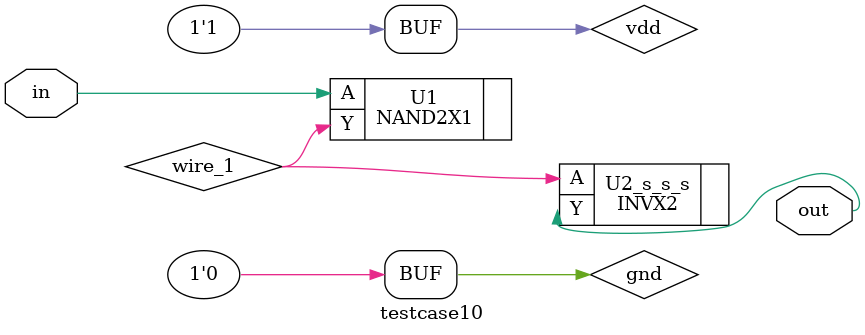
<source format=v>
module testcase10 (in, out);
input in;
output out;
wire vdd = 1'b1;
wire gnd = 1'b0;
NAND2X1 U1 ( .A(in), .Y(wire_1) );
INVX2 U2_s_s_s ( .A(wire_1), .Y(out) );
endmodule
</source>
